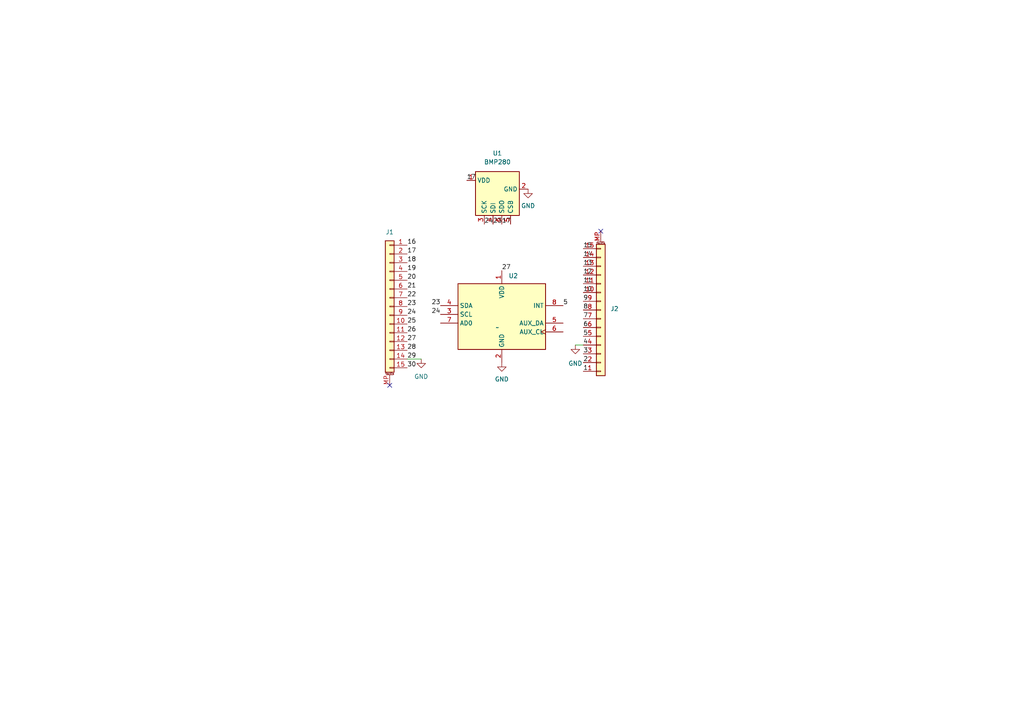
<source format=kicad_sch>
(kicad_sch (version 20230121) (generator eeschema)
  (paper "A4")
  (lib_symbols
    (symbol "Connector_Generic_MountingPin:Conn_01x15_MountingPin" (pin_names (offset 1.016) hide)
      (property "Reference" "J" (at 0 20.32 0))
      (property "Value" "Conn_01x15_MountingPin" (at 1.27 -20.32 0))
      (symbol "Conn_01x15_MountingPin_1_1"
        (rectangle (start -1.27 -17.653) (end 0 -17.907) (stroke (width 0.1524)))
        (rectangle (start -1.27 -15.113) (end 0 -15.367) (stroke (width 0.1524)))
        (rectangle (start -1.27 -12.573) (end 0 -12.827) (stroke (width 0.1524)))
        (rectangle (start -1.27 -10.033) (end 0 -10.287) (stroke (width 0.1524)))
        (rectangle (start -1.27 -7.493) (end 0 -7.747) (stroke (width 0.1524)))
        (rectangle (start -1.27 -4.953) (end 0 -5.207) (stroke (width 0.1524)))
        (rectangle (start -1.27 -2.413) (end 0 -2.667) (stroke (width 0.1524)))
        (rectangle (start -1.27 0.127) (end 0 -0.127) (stroke (width 0.1524)))
        (rectangle (start -1.27 2.667) (end 0 2.413) (stroke (width 0.1524)))
        (rectangle (start -1.27 5.207) (end 0 4.953) (stroke (width 0.1524)))
        (rectangle (start -1.27 7.747) (end 0 7.493) (stroke (width 0.1524)))
        (rectangle (start -1.27 10.287) (end 0 10.033) (stroke (width 0.1524)))
        (rectangle (start -1.27 12.827) (end 0 12.573) (stroke (width 0.1524)))
        (rectangle (start -1.27 15.367) (end 0 15.113) (stroke (width 0.1524)))
        (rectangle (start -1.27 17.907) (end 0 17.653) (stroke (width 0.1524)))
        (rectangle (start -1.27 19.05) (end 1.27 -19.05) (stroke (width 0.254)) (fill (type background)))
        (polyline (pts (xy -1.016 -19.812) (xy 1.016 -19.812)) (stroke (width 0.1524)))
        (text "Mounting" (at 0 -19.431 0) (effects (font (size 0.381 0.381))))
        (pin passive line (at -5.08 17.78 0) (length 3.81) (name "Pin_1") (number "1"))
        (pin passive line (at -5.08 -5.08 0) (length 3.81) (name "Pin_10") (number "10"))
        (pin passive line (at -5.08 -7.62 0) (length 3.81) (name "Pin_11") (number "11"))
        (pin passive line (at -5.08 -10.16 0) (length 3.81) (name "Pin_12") (number "12"))
        (pin passive line (at -5.08 -12.7 0) (length 3.81) (name "Pin_13") (number "13"))
        (pin passive line (at -5.08 -15.24 0) (length 3.81) (name "Pin_14") (number "14"))
        (pin passive line (at -5.08 -17.78 0) (length 3.81) (name "Pin_15") (number "15"))
        (pin passive line (at -5.08 15.24 0) (length 3.81) (name "Pin_2") (number "2"))
        (pin passive line (at -5.08 12.7 0) (length 3.81) (name "Pin_3") (number "3"))
        (pin passive line (at -5.08 10.16 0) (length 3.81) (name "Pin_4") (number "4"))
        (pin passive line (at -5.08 7.62 0) (length 3.81) (name "Pin_5") (number "5"))
        (pin passive line (at -5.08 5.08 0) (length 3.81) (name "Pin_6") (number "6"))
        (pin passive line (at -5.08 2.54 0) (length 3.81) (name "Pin_7") (number "7"))
        (pin passive line (at -5.08 0 0) (length 3.81) (name "Pin_8") (number "8"))
        (pin passive line (at -5.08 -2.54 0) (length 3.81) (name "Pin_9") (number "9"))
        (pin passive line (at 0 -22.86 90) (length 3.048) (name "MountPin") (number "MP"))
      )
    )
    (symbol "MPU5060:MPU6050"
      (property "Reference" "U" (at 0 3.81 0))
      (symbol "MPU6050_0_0"
        (text "" (at 12.7 -3.81 0) (effects (font (size 1.27 1.27))))
      )
      (symbol "MPU6050_0_1"
        (rectangle (start -12.7 12.7) (end 12.7 -6.35) (stroke (width 0.254)) (fill (type background)))
      )
      (symbol "MPU6050_1_1"
        (pin power_in line (at 0 16.51 270) (length 3.81) (name "VDD") (number "1"))
        (pin power_in line (at 0 -10.16 90) (length 3.81) (name "GND") (number "2"))
        (pin input line (at -17.78 3.81 0) (length 5.08) (name "SCL") (number "3"))
        (pin bidirectional line (at -17.78 6.35 0) (length 5.08) (name "SDA") (number "4"))
        (pin bidirectional line (at 17.78 1.27 180) (length 5.08) (name "AUX_DA") (number "5"))
        (pin output clock (at 17.78 -1.27 180) (length 5.08) (name "AUX_CL") (number "6"))
        (pin input line (at -17.78 1.27 0) (length 5.08) (name "AD0") (number "7"))
        (pin output line (at 17.78 6.35 180) (length 5.08) (name "INT") (number "8"))
      )
    )
    (symbol "Sensor_Pressure:BMP280"
      (property "Reference" "U1" (at 10.414 1.27 90))
      (property "Value" "BMP280" (at 7.874 1.27 90))
      (symbol "BMP280_0_1"
        (rectangle (start -7.62 -5.08) (end 5.08 7.62) (stroke (width 0.254)) (fill (type background)))
      )
      (symbol "BMP280_1_1"
        (pin power_in line (at 2.54 10.16 270) (length 2.54) (name "VDD") (number "1"))
        (pin power_in line (at 0 -7.62 90) (length 2.54) (name "GND") (number "2"))
        (pin input line (at -10.16 5.08 0) (length 2.54) (name "SCK") (number "3"))
        (pin bidirectional line (at -10.16 2.54 0) (length 2.54) (name "SDI") (number "4"))
        (pin input line (at -10.16 -2.54 0) (length 2.54) (name "CSB") (number "5"))
        (pin bidirectional line (at -10.16 0 0) (length 2.54) (name "SDO") (number "6"))
      )
    )
    (symbol "power:GND" (power) (pin_names (offset 0))
      (property "Value" "GND" (at 0 -3.81 0))
      (symbol "GND_0_1"
        (polyline (pts (xy 0 0) (xy 0 -1.27) (xy 1.27 -1.27) (xy 0 -2.54) (xy -1.27 -1.27) (xy 0 -1.27)))
      )
      (symbol "GND_1_1"
        (pin power_in line (at 0 0 270) (length 0) hide (name "GND") (number "1"))
      )
    )
  )
  (no_connect (at 113.03 111.76))
  (no_connect (at 174.244 67.056))
  (wire (pts (xy 166.878 100.076) (xy 169.164 100.076)))
  (wire (pts (xy 122.174 104.14) (xy 118.11 104.14)))
  (label "1" (at 169.164 107.696 0))
  (label "23" (at 118.11 88.9 0))
  (label "3" (at 169.164 102.616 0))
  (label "13" (at 169.164 77.216 0))
  (label "5" (at 163.322 88.646 0))
  (label "17" (at 145.542 65.024 0))
  (label "30" (at 118.11 106.68 0))
  (label "11" (at 169.164 82.296 0))
  (label "21" (at 118.11 83.82 0))
  (label "10" (at 169.164 84.836 0))
  (label "20" (at 118.11 81.28 0))
  (label "8" (at 169.164 89.916 0))
  (label "22" (at 118.11 86.36 0))
  (label "5" (at 169.164 97.536 0))
  (label "24" (at 118.11 91.44 0))
  (label "23" (at 143.002 65.024 0))
  (label "9" (at 169.164 87.376 0))
  (label "23" (at 127.762 88.646 180))
  (label "24" (at 127.762 91.186 180))
  (label "16" (at 118.11 71.12 0))
  (label "25" (at 118.11 93.98 0))
  (label "17" (at 135.382 52.324 0))
  (label "14" (at 169.164 74.676 0))
  (label "24" (at 140.462 65.024 0))
  (label "28" (at 118.11 101.6 0))
  (label "27" (at 145.542 78.486 0))
  (label "26" (at 118.11 96.52 0))
  (label "2" (at 169.164 105.156 0))
  (label "15" (at 169.164 72.136 0))
  (label "19" (at 118.11 78.74 0))
  (label "7" (at 169.164 92.456 0))
  (label "4" (at 169.164 100.076 0))
  (label "17" (at 118.11 73.66 0))
  (label "12" (at 169.164 79.756 0))
  (label "29" (at 118.11 104.14 0))
  (label "18" (at 118.11 76.2 0))
  (label "27" (at 118.11 99.06 0))
  (label "6" (at 169.164 94.996 0))
  (symbol (lib_id "power:GND") (at 153.162 54.864 0) (unit 1)
    (property "Reference" "#PWR04" (effects hide))
    (property "Value" "GND" (at 153.162 59.69 0))
  )
  (symbol (lib_id "Sensor_Pressure:BMP280") (at 145.542 54.864 90) (unit 1)
    (property "Reference" "U1" (at 144.272 44.45 90))
    (property "Value" "BMP280" (at 144.272 46.99 90))
    (property "Footprint" "BMP280:BMP280" (effects hide))
    (property "Datasheet" "https://ae-bst.resource.bosch.com/media/_tech/media/datasheets/BST-BMP280-DS001.pdf" (effects hide))
  )
  (symbol (lib_id "power:GND") (at 166.878 100.076 0) (unit 1)
    (property "Reference" "#PWR02" (effects hide))
    (property "Value" "GND" (at 166.878 105.41 0))
  )
  (symbol (lib_id "power:GND") (at 122.174 104.14 0) (unit 1)
    (property "Reference" "#PWR03" (effects hide))
    (property "Value" "GND" (at 122.174 109.22 0))
  )
  (symbol (lib_id "Connector_Generic_MountingPin:Conn_01x15_MountingPin") (at 113.03 88.9 0) (mirror y) (unit 1)
    (property "Reference" "J1" (at 113.03 67.31 0))
    (property "Value" "Conn_01x15_MountingPin" (effects hide))
    (property "Footprint" "Connector_PinHeader_2.54mm:PinHeader_1x15_P2.54mm_Vertical" (effects hide))
  )
  (symbol (lib_id "power:GND") (at 145.542 105.156 0) (unit 1)
    (property "Reference" "#PWR01" (effects hide))
    (property "Value" "GND" (at 145.542 109.982 0))
  )
  (symbol (lib_id "Connector_Generic_MountingPin:Conn_01x15_MountingPin") (at 174.244 89.916 0) (mirror x) (unit 1)
    (property "Reference" "J2" (at 177.038 89.5604 0) (effects (justify left)))
    (property "Value" "Conn_01x15_MountingPin" (effects hide))
    (property "Footprint" "Connector_PinHeader_2.54mm:PinHeader_1x15_P2.54mm_Vertical" (effects hide))
  )
  (symbol (lib_id "MPU5060:MPU6050") (at 145.542 94.996 0) (unit 1)
    (property "Reference" "U2" (at 147.4979 80.01 0) (effects (justify left)))
    (property "Value" "~" (at 144.272 94.996 0))
    (property "Footprint" "MPU6050:MPU6050" (effects hide))
  )
)
</source>
